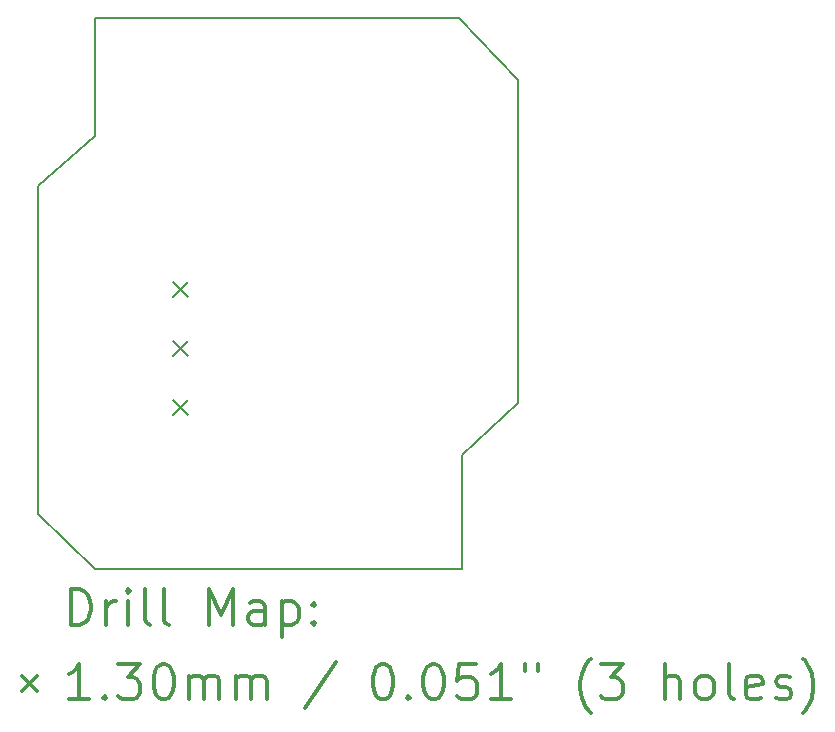
<source format=gbr>
%FSLAX45Y45*%
G04 Gerber Fmt 4.5, Leading zero omitted, Abs format (unit mm)*
G04 Created by KiCad (PCBNEW 5.1.4) date 2019-10-30 11:00:50*
%MOMM*%
%LPD*%
G04 APERTURE LIST*
%ADD10C,0.200000*%
%ADD11C,0.300000*%
G04 APERTURE END LIST*
D10*
X10055000Y-9470000D02*
X10055000Y-6730000D01*
X6475000Y-10870000D02*
X9575000Y-10870000D01*
X5990000Y-7630000D02*
X5990000Y-10410000D01*
X9555000Y-6210000D02*
X6475000Y-6210000D01*
X9555000Y-6210000D02*
X10055000Y-6730000D01*
X6475000Y-6210000D02*
X6475000Y-7210000D01*
X6475000Y-7210000D02*
X5990000Y-7630000D01*
X5990000Y-10410000D02*
X6475000Y-10870000D01*
X9575000Y-10870000D02*
X9575000Y-9910000D01*
X9575000Y-9910000D02*
X10055000Y-9470000D01*
D10*
X7131000Y-8439000D02*
X7261000Y-8569000D01*
X7261000Y-8439000D02*
X7131000Y-8569000D01*
X7131000Y-8939000D02*
X7261000Y-9069000D01*
X7261000Y-8939000D02*
X7131000Y-9069000D01*
X7131000Y-9439000D02*
X7261000Y-9569000D01*
X7261000Y-9439000D02*
X7131000Y-9569000D01*
D11*
X6266428Y-11345714D02*
X6266428Y-11045714D01*
X6337857Y-11045714D01*
X6380714Y-11060000D01*
X6409286Y-11088572D01*
X6423571Y-11117143D01*
X6437857Y-11174286D01*
X6437857Y-11217143D01*
X6423571Y-11274286D01*
X6409286Y-11302857D01*
X6380714Y-11331429D01*
X6337857Y-11345714D01*
X6266428Y-11345714D01*
X6566428Y-11345714D02*
X6566428Y-11145714D01*
X6566428Y-11202857D02*
X6580714Y-11174286D01*
X6595000Y-11160000D01*
X6623571Y-11145714D01*
X6652143Y-11145714D01*
X6752143Y-11345714D02*
X6752143Y-11145714D01*
X6752143Y-11045714D02*
X6737857Y-11060000D01*
X6752143Y-11074286D01*
X6766428Y-11060000D01*
X6752143Y-11045714D01*
X6752143Y-11074286D01*
X6937857Y-11345714D02*
X6909286Y-11331429D01*
X6895000Y-11302857D01*
X6895000Y-11045714D01*
X7095000Y-11345714D02*
X7066428Y-11331429D01*
X7052143Y-11302857D01*
X7052143Y-11045714D01*
X7437857Y-11345714D02*
X7437857Y-11045714D01*
X7537857Y-11260000D01*
X7637857Y-11045714D01*
X7637857Y-11345714D01*
X7909286Y-11345714D02*
X7909286Y-11188571D01*
X7895000Y-11160000D01*
X7866428Y-11145714D01*
X7809286Y-11145714D01*
X7780714Y-11160000D01*
X7909286Y-11331429D02*
X7880714Y-11345714D01*
X7809286Y-11345714D01*
X7780714Y-11331429D01*
X7766428Y-11302857D01*
X7766428Y-11274286D01*
X7780714Y-11245714D01*
X7809286Y-11231429D01*
X7880714Y-11231429D01*
X7909286Y-11217143D01*
X8052143Y-11145714D02*
X8052143Y-11445714D01*
X8052143Y-11160000D02*
X8080714Y-11145714D01*
X8137857Y-11145714D01*
X8166428Y-11160000D01*
X8180714Y-11174286D01*
X8195000Y-11202857D01*
X8195000Y-11288571D01*
X8180714Y-11317143D01*
X8166428Y-11331429D01*
X8137857Y-11345714D01*
X8080714Y-11345714D01*
X8052143Y-11331429D01*
X8323571Y-11317143D02*
X8337857Y-11331429D01*
X8323571Y-11345714D01*
X8309286Y-11331429D01*
X8323571Y-11317143D01*
X8323571Y-11345714D01*
X8323571Y-11160000D02*
X8337857Y-11174286D01*
X8323571Y-11188571D01*
X8309286Y-11174286D01*
X8323571Y-11160000D01*
X8323571Y-11188571D01*
X5850000Y-11775000D02*
X5980000Y-11905000D01*
X5980000Y-11775000D02*
X5850000Y-11905000D01*
X6423571Y-11975714D02*
X6252143Y-11975714D01*
X6337857Y-11975714D02*
X6337857Y-11675714D01*
X6309286Y-11718571D01*
X6280714Y-11747143D01*
X6252143Y-11761429D01*
X6552143Y-11947143D02*
X6566428Y-11961429D01*
X6552143Y-11975714D01*
X6537857Y-11961429D01*
X6552143Y-11947143D01*
X6552143Y-11975714D01*
X6666428Y-11675714D02*
X6852143Y-11675714D01*
X6752143Y-11790000D01*
X6795000Y-11790000D01*
X6823571Y-11804286D01*
X6837857Y-11818571D01*
X6852143Y-11847143D01*
X6852143Y-11918571D01*
X6837857Y-11947143D01*
X6823571Y-11961429D01*
X6795000Y-11975714D01*
X6709286Y-11975714D01*
X6680714Y-11961429D01*
X6666428Y-11947143D01*
X7037857Y-11675714D02*
X7066428Y-11675714D01*
X7095000Y-11690000D01*
X7109286Y-11704286D01*
X7123571Y-11732857D01*
X7137857Y-11790000D01*
X7137857Y-11861429D01*
X7123571Y-11918571D01*
X7109286Y-11947143D01*
X7095000Y-11961429D01*
X7066428Y-11975714D01*
X7037857Y-11975714D01*
X7009286Y-11961429D01*
X6995000Y-11947143D01*
X6980714Y-11918571D01*
X6966428Y-11861429D01*
X6966428Y-11790000D01*
X6980714Y-11732857D01*
X6995000Y-11704286D01*
X7009286Y-11690000D01*
X7037857Y-11675714D01*
X7266428Y-11975714D02*
X7266428Y-11775714D01*
X7266428Y-11804286D02*
X7280714Y-11790000D01*
X7309286Y-11775714D01*
X7352143Y-11775714D01*
X7380714Y-11790000D01*
X7395000Y-11818571D01*
X7395000Y-11975714D01*
X7395000Y-11818571D02*
X7409286Y-11790000D01*
X7437857Y-11775714D01*
X7480714Y-11775714D01*
X7509286Y-11790000D01*
X7523571Y-11818571D01*
X7523571Y-11975714D01*
X7666428Y-11975714D02*
X7666428Y-11775714D01*
X7666428Y-11804286D02*
X7680714Y-11790000D01*
X7709286Y-11775714D01*
X7752143Y-11775714D01*
X7780714Y-11790000D01*
X7795000Y-11818571D01*
X7795000Y-11975714D01*
X7795000Y-11818571D02*
X7809286Y-11790000D01*
X7837857Y-11775714D01*
X7880714Y-11775714D01*
X7909286Y-11790000D01*
X7923571Y-11818571D01*
X7923571Y-11975714D01*
X8509286Y-11661429D02*
X8252143Y-12047143D01*
X8895000Y-11675714D02*
X8923571Y-11675714D01*
X8952143Y-11690000D01*
X8966428Y-11704286D01*
X8980714Y-11732857D01*
X8995000Y-11790000D01*
X8995000Y-11861429D01*
X8980714Y-11918571D01*
X8966428Y-11947143D01*
X8952143Y-11961429D01*
X8923571Y-11975714D01*
X8895000Y-11975714D01*
X8866428Y-11961429D01*
X8852143Y-11947143D01*
X8837857Y-11918571D01*
X8823571Y-11861429D01*
X8823571Y-11790000D01*
X8837857Y-11732857D01*
X8852143Y-11704286D01*
X8866428Y-11690000D01*
X8895000Y-11675714D01*
X9123571Y-11947143D02*
X9137857Y-11961429D01*
X9123571Y-11975714D01*
X9109286Y-11961429D01*
X9123571Y-11947143D01*
X9123571Y-11975714D01*
X9323571Y-11675714D02*
X9352143Y-11675714D01*
X9380714Y-11690000D01*
X9395000Y-11704286D01*
X9409286Y-11732857D01*
X9423571Y-11790000D01*
X9423571Y-11861429D01*
X9409286Y-11918571D01*
X9395000Y-11947143D01*
X9380714Y-11961429D01*
X9352143Y-11975714D01*
X9323571Y-11975714D01*
X9295000Y-11961429D01*
X9280714Y-11947143D01*
X9266428Y-11918571D01*
X9252143Y-11861429D01*
X9252143Y-11790000D01*
X9266428Y-11732857D01*
X9280714Y-11704286D01*
X9295000Y-11690000D01*
X9323571Y-11675714D01*
X9695000Y-11675714D02*
X9552143Y-11675714D01*
X9537857Y-11818571D01*
X9552143Y-11804286D01*
X9580714Y-11790000D01*
X9652143Y-11790000D01*
X9680714Y-11804286D01*
X9695000Y-11818571D01*
X9709286Y-11847143D01*
X9709286Y-11918571D01*
X9695000Y-11947143D01*
X9680714Y-11961429D01*
X9652143Y-11975714D01*
X9580714Y-11975714D01*
X9552143Y-11961429D01*
X9537857Y-11947143D01*
X9995000Y-11975714D02*
X9823571Y-11975714D01*
X9909286Y-11975714D02*
X9909286Y-11675714D01*
X9880714Y-11718571D01*
X9852143Y-11747143D01*
X9823571Y-11761429D01*
X10109286Y-11675714D02*
X10109286Y-11732857D01*
X10223571Y-11675714D02*
X10223571Y-11732857D01*
X10666428Y-12090000D02*
X10652143Y-12075714D01*
X10623571Y-12032857D01*
X10609286Y-12004286D01*
X10595000Y-11961429D01*
X10580714Y-11890000D01*
X10580714Y-11832857D01*
X10595000Y-11761429D01*
X10609286Y-11718571D01*
X10623571Y-11690000D01*
X10652143Y-11647143D01*
X10666428Y-11632857D01*
X10752143Y-11675714D02*
X10937857Y-11675714D01*
X10837857Y-11790000D01*
X10880714Y-11790000D01*
X10909286Y-11804286D01*
X10923571Y-11818571D01*
X10937857Y-11847143D01*
X10937857Y-11918571D01*
X10923571Y-11947143D01*
X10909286Y-11961429D01*
X10880714Y-11975714D01*
X10795000Y-11975714D01*
X10766428Y-11961429D01*
X10752143Y-11947143D01*
X11295000Y-11975714D02*
X11295000Y-11675714D01*
X11423571Y-11975714D02*
X11423571Y-11818571D01*
X11409286Y-11790000D01*
X11380714Y-11775714D01*
X11337857Y-11775714D01*
X11309286Y-11790000D01*
X11295000Y-11804286D01*
X11609286Y-11975714D02*
X11580714Y-11961429D01*
X11566428Y-11947143D01*
X11552143Y-11918571D01*
X11552143Y-11832857D01*
X11566428Y-11804286D01*
X11580714Y-11790000D01*
X11609286Y-11775714D01*
X11652143Y-11775714D01*
X11680714Y-11790000D01*
X11695000Y-11804286D01*
X11709286Y-11832857D01*
X11709286Y-11918571D01*
X11695000Y-11947143D01*
X11680714Y-11961429D01*
X11652143Y-11975714D01*
X11609286Y-11975714D01*
X11880714Y-11975714D02*
X11852143Y-11961429D01*
X11837857Y-11932857D01*
X11837857Y-11675714D01*
X12109286Y-11961429D02*
X12080714Y-11975714D01*
X12023571Y-11975714D01*
X11995000Y-11961429D01*
X11980714Y-11932857D01*
X11980714Y-11818571D01*
X11995000Y-11790000D01*
X12023571Y-11775714D01*
X12080714Y-11775714D01*
X12109286Y-11790000D01*
X12123571Y-11818571D01*
X12123571Y-11847143D01*
X11980714Y-11875714D01*
X12237857Y-11961429D02*
X12266428Y-11975714D01*
X12323571Y-11975714D01*
X12352143Y-11961429D01*
X12366428Y-11932857D01*
X12366428Y-11918571D01*
X12352143Y-11890000D01*
X12323571Y-11875714D01*
X12280714Y-11875714D01*
X12252143Y-11861429D01*
X12237857Y-11832857D01*
X12237857Y-11818571D01*
X12252143Y-11790000D01*
X12280714Y-11775714D01*
X12323571Y-11775714D01*
X12352143Y-11790000D01*
X12466428Y-12090000D02*
X12480714Y-12075714D01*
X12509286Y-12032857D01*
X12523571Y-12004286D01*
X12537857Y-11961429D01*
X12552143Y-11890000D01*
X12552143Y-11832857D01*
X12537857Y-11761429D01*
X12523571Y-11718571D01*
X12509286Y-11690000D01*
X12480714Y-11647143D01*
X12466428Y-11632857D01*
M02*

</source>
